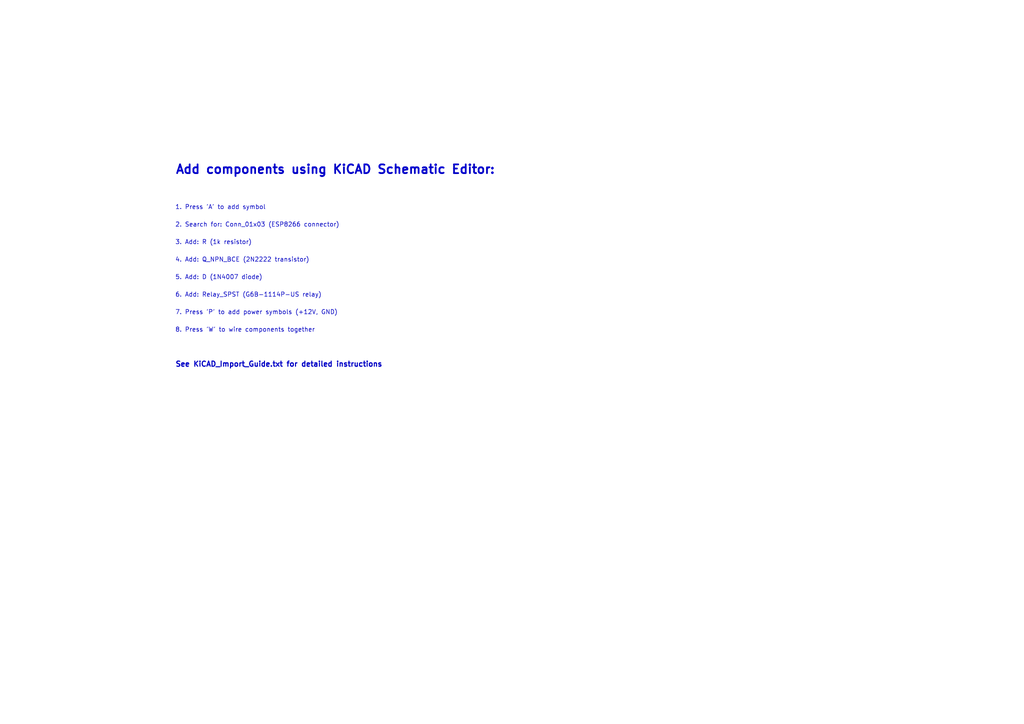
<source format=kicad_sch>
(kicad_sch (version 20230121) (generator eeschema)
  (paper "A4")
  (title_block (title "ESP8266 to Omron G6B-1114P-US Relay Control") (date "2024-02-15") (rev "1.0") (comment 1 "12VDC Relay Control Circuit") (comment 2 "Using 2N2222 NPN Transistor Driver") (comment 3 "Follow the component placement guide") (comment 4 "See documentation for wiring instructions"))
  (lib_symbols)
  (text "Add components using KiCAD Schematic Editor:" (at 50.8 50.8 0) (effects (font (size 2.54 2.54) bold) (justify left bottom)))
  (text "1. Press 'A' to add symbol" (at 50.8 60.96 0) (effects (font (size 1.27 1.27)) (justify left bottom)))
  (text "2. Search for: Conn_01x03 (ESP8266 connector)" (at 50.8 66.04 0) (effects (font (size 1.27 1.27)) (justify left bottom)))
  (text "3. Add: R (1k resistor)" (at 50.8 71.12 0) (effects (font (size 1.27 1.27)) (justify left bottom)))
  (text "4. Add: Q_NPN_BCE (2N2222 transistor)" (at 50.8 76.2 0) (effects (font (size 1.27 1.27)) (justify left bottom)))
  (text "5. Add: D (1N4007 diode)" (at 50.8 81.28 0) (effects (font (size 1.27 1.27)) (justify left bottom)))
  (text "6. Add: Relay_SPST (G6B-1114P-US relay)" (at 50.8 86.36 0) (effects (font (size 1.27 1.27)) (justify left bottom)))
  (text "7. Press 'P' to add power symbols (+12V, GND)" (at 50.8 91.44 0) (effects (font (size 1.27 1.27)) (justify left bottom)))
  (text "8. Press 'W' to wire components together" (at 50.8 96.52 0) (effects (font (size 1.27 1.27)) (justify left bottom)))
  (text "See KiCAD_Import_Guide.txt for detailed instructions" (at 50.8 106.68 0) (effects (font (size 1.5 1.5) bold) (justify left bottom)))
)
</source>
